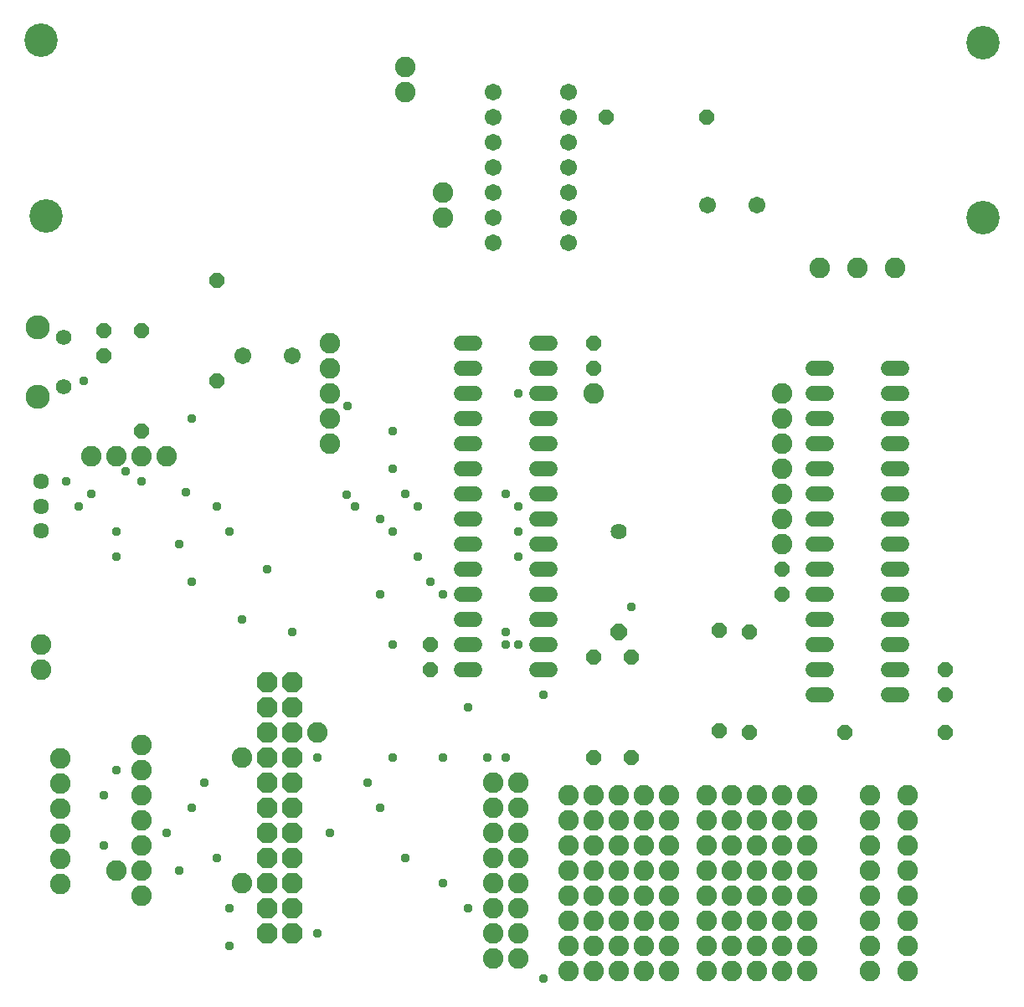
<source format=gbs>
G04 EAGLE Gerber RS-274X export*
G75*
%MOMM*%
%FSLAX34Y34*%
%LPD*%
%INBottom Soldermask*%
%IPPOS*%
%AMOC8*
5,1,8,0,0,1.08239X$1,22.5*%
G01*
%ADD10C,3.378200*%
%ADD11C,1.524000*%
%ADD12C,1.561200*%
%ADD13C,2.453200*%
%ADD14C,2.082800*%
%ADD15C,1.611200*%
%ADD16P,1.649562X8X112.500000*%
%ADD17C,1.711200*%
%ADD18P,1.649562X8X292.500000*%
%ADD19C,1.625600*%
%ADD20P,1.759533X8X292.500000*%
%ADD21P,1.649562X8X22.500000*%
%ADD22P,1.649562X8X202.500000*%
%ADD23P,2.254402X8X112.500000*%
%ADD24C,0.959600*%


D10*
X25400Y966470D03*
X30480Y788670D03*
X977900Y963930D03*
X977900Y787400D03*
D11*
X463804Y660400D02*
X450596Y660400D01*
X450596Y635000D02*
X463804Y635000D01*
X463804Y609600D02*
X450596Y609600D01*
X450596Y584200D02*
X463804Y584200D01*
X463804Y558800D02*
X450596Y558800D01*
X450596Y533400D02*
X463804Y533400D01*
X463804Y508000D02*
X450596Y508000D01*
X450596Y482600D02*
X463804Y482600D01*
X463804Y457200D02*
X450596Y457200D01*
X450596Y431800D02*
X463804Y431800D01*
X463804Y406400D02*
X450596Y406400D01*
X450596Y381000D02*
X463804Y381000D01*
X463804Y355600D02*
X450596Y355600D01*
X450596Y330200D02*
X463804Y330200D01*
X526796Y330200D02*
X540004Y330200D01*
X540004Y355600D02*
X526796Y355600D01*
X526796Y381000D02*
X540004Y381000D01*
X540004Y406400D02*
X526796Y406400D01*
X526796Y431800D02*
X540004Y431800D01*
X540004Y457200D02*
X526796Y457200D01*
X526796Y482600D02*
X540004Y482600D01*
X540004Y508000D02*
X526796Y508000D01*
X526796Y533400D02*
X540004Y533400D01*
X540004Y558800D02*
X526796Y558800D01*
X526796Y584200D02*
X540004Y584200D01*
X540004Y609600D02*
X526796Y609600D01*
X526796Y635000D02*
X540004Y635000D01*
X540004Y660400D02*
X526796Y660400D01*
D12*
X48590Y666350D03*
X48590Y616350D03*
D13*
X21590Y676350D03*
X21590Y606350D03*
D14*
X25400Y330200D03*
X25400Y355600D03*
D15*
X25400Y520300D03*
X25400Y495300D03*
X25400Y470300D03*
D14*
X76200Y546100D03*
X101600Y546100D03*
X127000Y546100D03*
X152400Y546100D03*
D16*
X88900Y647700D03*
X88900Y673100D03*
X127000Y571500D03*
X127000Y673100D03*
D14*
X317500Y660400D03*
X317500Y635000D03*
X317500Y609600D03*
X317500Y584200D03*
X317500Y558800D03*
D17*
X279000Y647700D03*
X229000Y647700D03*
D18*
X203200Y723900D03*
X203200Y622300D03*
X584200Y660400D03*
X584200Y635000D03*
X419100Y355600D03*
X419100Y330200D03*
D19*
X609600Y469900D03*
D20*
X609600Y368300D03*
D14*
X44450Y240030D03*
X44450Y214630D03*
X44450Y189230D03*
X44450Y163830D03*
X44450Y138430D03*
X44450Y113030D03*
X127000Y254000D03*
X127000Y228600D03*
X127000Y203200D03*
X127000Y177800D03*
X127000Y152400D03*
X127000Y127000D03*
X127000Y101600D03*
D11*
X806196Y635000D02*
X819404Y635000D01*
X819404Y609600D02*
X806196Y609600D01*
X806196Y584200D02*
X819404Y584200D01*
X819404Y558800D02*
X806196Y558800D01*
X806196Y533400D02*
X819404Y533400D01*
X819404Y508000D02*
X806196Y508000D01*
X806196Y482600D02*
X819404Y482600D01*
X819404Y457200D02*
X806196Y457200D01*
X806196Y431800D02*
X819404Y431800D01*
X819404Y406400D02*
X806196Y406400D01*
X806196Y381000D02*
X819404Y381000D01*
X819404Y355600D02*
X806196Y355600D01*
X806196Y330200D02*
X819404Y330200D01*
X819404Y304800D02*
X806196Y304800D01*
X882396Y304800D02*
X895604Y304800D01*
X895604Y330200D02*
X882396Y330200D01*
X882396Y355600D02*
X895604Y355600D01*
X895604Y381000D02*
X882396Y381000D01*
X882396Y406400D02*
X895604Y406400D01*
X895604Y431800D02*
X882396Y431800D01*
X882396Y457200D02*
X895604Y457200D01*
X895604Y482600D02*
X882396Y482600D01*
X882396Y508000D02*
X895604Y508000D01*
X895604Y533400D02*
X882396Y533400D01*
X882396Y558800D02*
X895604Y558800D01*
X895604Y584200D02*
X882396Y584200D01*
X882396Y609600D02*
X895604Y609600D01*
X895604Y635000D02*
X882396Y635000D01*
D18*
X774700Y431800D03*
X774700Y406400D03*
D16*
X741680Y266700D03*
X741680Y368300D03*
X711200Y267970D03*
X711200Y369570D03*
D18*
X939800Y330200D03*
X939800Y304800D03*
D21*
X838200Y266700D03*
X939800Y266700D03*
D17*
X698900Y800100D03*
X748900Y800100D03*
D22*
X698500Y889000D03*
X596900Y889000D03*
D17*
X482600Y914400D03*
X482600Y889000D03*
X482600Y863600D03*
X482600Y838200D03*
X482600Y812800D03*
X482600Y787400D03*
X482600Y762000D03*
X558800Y762000D03*
X558800Y787400D03*
X558800Y812800D03*
X558800Y838200D03*
X558800Y863600D03*
X558800Y889000D03*
X558800Y914400D03*
D14*
X393700Y914400D03*
X393700Y939800D03*
X431800Y787400D03*
X431800Y812800D03*
D23*
X279400Y63500D03*
X254000Y63500D03*
X279400Y88900D03*
X254000Y88900D03*
X279400Y114300D03*
X254000Y114300D03*
X279400Y139700D03*
X254000Y139700D03*
X279400Y165100D03*
X254000Y165100D03*
X279400Y190500D03*
X254000Y190500D03*
X279400Y215900D03*
X254000Y215900D03*
X279400Y241300D03*
X254000Y241300D03*
X279400Y266700D03*
X254000Y266700D03*
X279400Y292100D03*
X254000Y292100D03*
X279400Y317500D03*
X254000Y317500D03*
D16*
X584200Y241300D03*
X584200Y342900D03*
X622300Y241300D03*
X622300Y342900D03*
D14*
X228600Y114300D03*
X228600Y241300D03*
X304800Y266700D03*
X774700Y609600D03*
X774700Y584200D03*
X774700Y558800D03*
X774700Y533400D03*
X774700Y508000D03*
X774700Y482600D03*
X774700Y457200D03*
X889000Y736600D03*
X850900Y736600D03*
X812800Y736600D03*
X660400Y203200D03*
X660400Y177800D03*
X660400Y152400D03*
X660400Y127000D03*
X660400Y101600D03*
X660400Y76200D03*
X660400Y50800D03*
X660400Y25400D03*
X635000Y203200D03*
X635000Y177800D03*
X635000Y152400D03*
X635000Y127000D03*
X635000Y101600D03*
X635000Y76200D03*
X635000Y50800D03*
X635000Y25400D03*
X609600Y203200D03*
X609600Y177800D03*
X609600Y152400D03*
X609600Y127000D03*
X609600Y101600D03*
X609600Y76200D03*
X609600Y50800D03*
X609600Y25400D03*
X584200Y203200D03*
X584200Y177800D03*
X584200Y152400D03*
X584200Y127000D03*
X584200Y101600D03*
X584200Y76200D03*
X584200Y50800D03*
X584200Y25400D03*
X558800Y203200D03*
X558800Y177800D03*
X558800Y152400D03*
X558800Y127000D03*
X558800Y101600D03*
X558800Y76200D03*
X558800Y50800D03*
X558800Y25400D03*
X901700Y25400D03*
X901700Y50800D03*
X901700Y76200D03*
X901700Y101600D03*
X901700Y127000D03*
X901700Y152400D03*
X901700Y177800D03*
X901700Y203200D03*
X508000Y38100D03*
X508000Y63500D03*
X508000Y88900D03*
X508000Y114300D03*
X508000Y139700D03*
X508000Y165100D03*
X508000Y190500D03*
X508000Y215900D03*
X863600Y25400D03*
X863600Y50800D03*
X863600Y76200D03*
X863600Y101600D03*
X863600Y127000D03*
X863600Y152400D03*
X863600Y177800D03*
X863600Y203200D03*
X482600Y38100D03*
X482600Y63500D03*
X482600Y88900D03*
X482600Y114300D03*
X482600Y139700D03*
X482600Y165100D03*
X482600Y190500D03*
X482600Y215900D03*
X698500Y25400D03*
X698500Y50800D03*
X698500Y76200D03*
X698500Y101600D03*
X698500Y127000D03*
X698500Y152400D03*
X698500Y177800D03*
X698500Y203200D03*
X723900Y25400D03*
X723900Y50800D03*
X723900Y76200D03*
X723900Y101600D03*
X723900Y127000D03*
X723900Y152400D03*
X723900Y177800D03*
X723900Y203200D03*
X749300Y25400D03*
X749300Y50800D03*
X749300Y76200D03*
X749300Y101600D03*
X749300Y127000D03*
X749300Y152400D03*
X749300Y177800D03*
X749300Y203200D03*
X774700Y25400D03*
X774700Y50800D03*
X774700Y76200D03*
X774700Y101600D03*
X774700Y127000D03*
X774700Y152400D03*
X774700Y177800D03*
X774700Y203200D03*
X800100Y25400D03*
X800100Y50800D03*
X800100Y76200D03*
X800100Y101600D03*
X800100Y127000D03*
X800100Y152400D03*
X800100Y177800D03*
X800100Y203200D03*
X101600Y127000D03*
X584200Y609600D03*
D24*
X68580Y622300D03*
X127000Y520700D03*
X50800Y520700D03*
X304800Y63500D03*
X304800Y241300D03*
X495300Y241300D03*
X495300Y355600D03*
X381000Y241300D03*
X381000Y355600D03*
X110490Y530860D03*
X335562Y596900D03*
X334010Y506730D03*
X63500Y495300D03*
X88900Y152400D03*
X508000Y609600D03*
X508000Y495300D03*
X406400Y495300D03*
X406400Y444500D03*
X101600Y444500D03*
X101600Y228600D03*
X381000Y571500D03*
X368300Y482600D03*
X101600Y469900D03*
X88900Y203200D03*
X165100Y127000D03*
X165100Y457200D03*
X508000Y469900D03*
X622300Y393700D03*
X215900Y88900D03*
X215900Y50800D03*
X533400Y18006D03*
X533400Y304800D03*
X508000Y355600D03*
X457200Y88900D03*
X190500Y215900D03*
X203200Y495300D03*
X342900Y495300D03*
X177800Y190500D03*
X177800Y419100D03*
X419100Y419100D03*
X381000Y533400D03*
X381000Y469900D03*
X215900Y469900D03*
X203200Y139700D03*
X355600Y215900D03*
X431800Y406400D03*
X368300Y406400D03*
X368300Y190500D03*
X393700Y139700D03*
X393700Y508000D03*
X177800Y584200D03*
X171450Y509270D03*
X76200Y508000D03*
X152400Y165100D03*
X317500Y165100D03*
X228600Y381000D03*
X457200Y292100D03*
X279400Y368300D03*
X495300Y368300D03*
X495300Y508000D03*
X431800Y114300D03*
X431800Y241300D03*
X476250Y241300D03*
X254000Y431800D03*
X508000Y444500D03*
M02*

</source>
